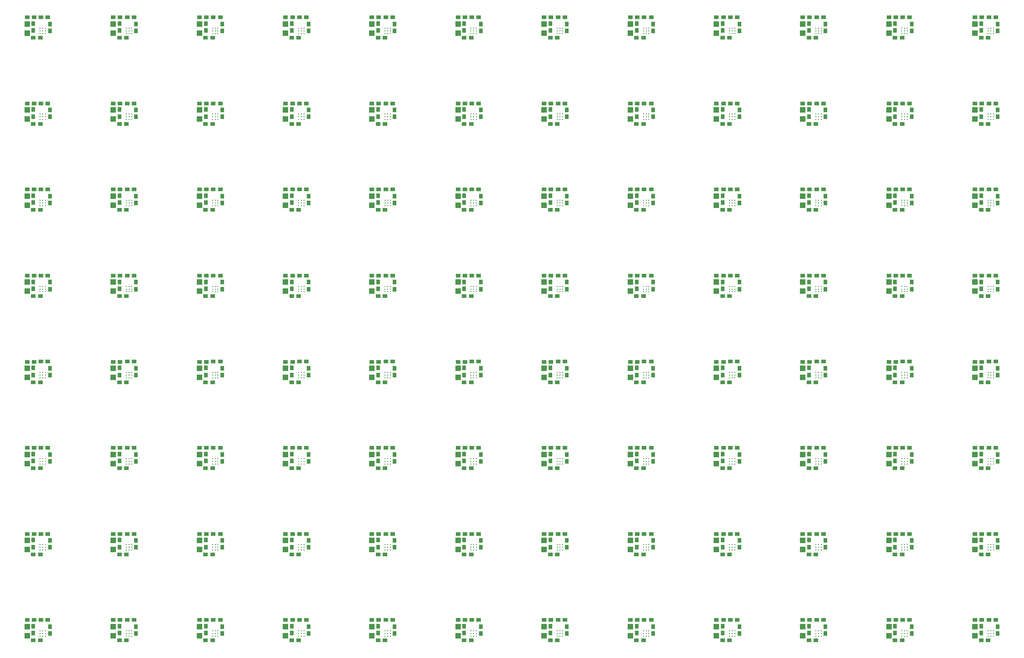
<source format=gtp>
G04 DipTrace 2.4.0.2*
%INDRV2605panel2.gtp*%
%MOIN*%
%ADD18R,0.0276X0.0354*%
%ADD19R,0.0354X0.0276*%
%ADD20R,0.0394X0.0433*%
%ADD26C,0.0098*%
%FSLAX44Y44*%
G04*
G70*
G90*
G75*
G01*
%LNTopPaste*%
%LPD*%
D18*
X5274Y6017D3*
Y5506D3*
D19*
X5779Y4973D3*
X5267D3*
D18*
X6488Y5481D3*
Y5993D3*
D20*
X4813D3*
Y5324D3*
D19*
X4811Y6473D3*
X5323D3*
X6343Y6478D3*
X5831D3*
D26*
X6168Y5289D3*
X5971D3*
X5775D3*
X6168Y5486D3*
X5971D3*
X5775D3*
X6168Y5683D3*
X5971D3*
X5775D3*
D18*
X11594Y6017D3*
Y5506D3*
D19*
X12099Y4973D3*
X11587D3*
D18*
X12808Y5481D3*
Y5993D3*
D20*
X11133D3*
Y5324D3*
D19*
X11131Y6473D3*
X11643D3*
X12663Y6478D3*
X12151D3*
D26*
X12488Y5289D3*
X12291D3*
X12095D3*
X12488Y5486D3*
X12291D3*
X12095D3*
X12488Y5683D3*
X12291D3*
X12095D3*
D18*
X17914Y6017D3*
Y5506D3*
D19*
X18419Y4973D3*
X17907D3*
D18*
X19128Y5481D3*
Y5993D3*
D20*
X17453D3*
Y5324D3*
D19*
X17451Y6473D3*
X17963D3*
X18983Y6478D3*
X18471D3*
D26*
X18808Y5289D3*
X18611D3*
X18415D3*
X18808Y5486D3*
X18611D3*
X18415D3*
X18808Y5683D3*
X18611D3*
X18415D3*
D18*
X24234Y6017D3*
Y5506D3*
D19*
X24739Y4973D3*
X24227D3*
D18*
X25448Y5481D3*
Y5993D3*
D20*
X23773D3*
Y5324D3*
D19*
X23771Y6473D3*
X24283D3*
X25303Y6478D3*
X24791D3*
D26*
X25128Y5289D3*
X24931D3*
X24735D3*
X25128Y5486D3*
X24931D3*
X24735D3*
X25128Y5683D3*
X24931D3*
X24735D3*
D18*
X30554Y6017D3*
Y5506D3*
D19*
X31059Y4973D3*
X30547D3*
D18*
X31768Y5481D3*
Y5993D3*
D20*
X30093D3*
Y5324D3*
D19*
X30091Y6473D3*
X30603D3*
X31623Y6478D3*
X31111D3*
D26*
X31448Y5289D3*
X31251D3*
X31055D3*
X31448Y5486D3*
X31251D3*
X31055D3*
X31448Y5683D3*
X31251D3*
X31055D3*
D18*
X36874Y6017D3*
Y5506D3*
D19*
X37379Y4973D3*
X36867D3*
D18*
X38088Y5481D3*
Y5993D3*
D20*
X36413D3*
Y5324D3*
D19*
X36411Y6473D3*
X36923D3*
X37943Y6478D3*
X37431D3*
D26*
X37768Y5289D3*
X37571D3*
X37375D3*
X37768Y5486D3*
X37571D3*
X37375D3*
X37768Y5683D3*
X37571D3*
X37375D3*
D18*
X43194Y6017D3*
Y5506D3*
D19*
X43699Y4973D3*
X43187D3*
D18*
X44408Y5481D3*
Y5993D3*
D20*
X42733D3*
Y5324D3*
D19*
X42731Y6473D3*
X43243D3*
X44263Y6478D3*
X43751D3*
D26*
X44088Y5289D3*
X43891D3*
X43695D3*
X44088Y5486D3*
X43891D3*
X43695D3*
X44088Y5683D3*
X43891D3*
X43695D3*
D18*
X49514Y6017D3*
Y5506D3*
D19*
X50019Y4973D3*
X49507D3*
D18*
X50728Y5481D3*
Y5993D3*
D20*
X49053D3*
Y5324D3*
D19*
X49051Y6473D3*
X49563D3*
X50583Y6478D3*
X50071D3*
D26*
X50408Y5289D3*
X50211D3*
X50015D3*
X50408Y5486D3*
X50211D3*
X50015D3*
X50408Y5683D3*
X50211D3*
X50015D3*
D18*
X55834Y6017D3*
Y5506D3*
D19*
X56339Y4973D3*
X55827D3*
D18*
X57048Y5481D3*
Y5993D3*
D20*
X55373D3*
Y5324D3*
D19*
X55371Y6473D3*
X55883D3*
X56903Y6478D3*
X56391D3*
D26*
X56728Y5289D3*
X56531D3*
X56335D3*
X56728Y5486D3*
X56531D3*
X56335D3*
X56728Y5683D3*
X56531D3*
X56335D3*
D18*
X62154Y6017D3*
Y5506D3*
D19*
X62659Y4973D3*
X62147D3*
D18*
X63368Y5481D3*
Y5993D3*
D20*
X61693D3*
Y5324D3*
D19*
X61691Y6473D3*
X62203D3*
X63223Y6478D3*
X62711D3*
D26*
X63048Y5289D3*
X62851D3*
X62655D3*
X63048Y5486D3*
X62851D3*
X62655D3*
X63048Y5683D3*
X62851D3*
X62655D3*
D18*
X68474Y6017D3*
Y5506D3*
D19*
X68979Y4973D3*
X68467D3*
D18*
X69688Y5481D3*
Y5993D3*
D20*
X68013D3*
Y5324D3*
D19*
X68011Y6473D3*
X68523D3*
X69543Y6478D3*
X69031D3*
D26*
X69368Y5289D3*
X69171D3*
X68975D3*
X69368Y5486D3*
X69171D3*
X68975D3*
X69368Y5683D3*
X69171D3*
X68975D3*
D18*
X74794Y6017D3*
Y5506D3*
D19*
X75299Y4973D3*
X74787D3*
D18*
X76008Y5481D3*
Y5993D3*
D20*
X74333D3*
Y5324D3*
D19*
X74331Y6473D3*
X74843D3*
X75863Y6478D3*
X75351D3*
D26*
X75688Y5289D3*
X75491D3*
X75295D3*
X75688Y5486D3*
X75491D3*
X75295D3*
X75688Y5683D3*
X75491D3*
X75295D3*
D18*
X5274Y12337D3*
Y11826D3*
D19*
X5779Y11293D3*
X5267D3*
D18*
X6488Y11801D3*
Y12313D3*
D20*
X4813D3*
Y11644D3*
D19*
X4811Y12793D3*
X5323D3*
X6343Y12798D3*
X5831D3*
D26*
X6168Y11609D3*
X5971D3*
X5775D3*
X6168Y11806D3*
X5971D3*
X5775D3*
X6168Y12003D3*
X5971D3*
X5775D3*
D18*
X11594Y12337D3*
Y11826D3*
D19*
X12099Y11293D3*
X11587D3*
D18*
X12808Y11801D3*
Y12313D3*
D20*
X11133D3*
Y11644D3*
D19*
X11131Y12793D3*
X11643D3*
X12663Y12798D3*
X12151D3*
D26*
X12488Y11609D3*
X12291D3*
X12095D3*
X12488Y11806D3*
X12291D3*
X12095D3*
X12488Y12003D3*
X12291D3*
X12095D3*
D18*
X17914Y12337D3*
Y11826D3*
D19*
X18419Y11293D3*
X17907D3*
D18*
X19128Y11801D3*
Y12313D3*
D20*
X17453D3*
Y11644D3*
D19*
X17451Y12793D3*
X17963D3*
X18983Y12798D3*
X18471D3*
D26*
X18808Y11609D3*
X18611D3*
X18415D3*
X18808Y11806D3*
X18611D3*
X18415D3*
X18808Y12003D3*
X18611D3*
X18415D3*
D18*
X24234Y12337D3*
Y11826D3*
D19*
X24739Y11293D3*
X24227D3*
D18*
X25448Y11801D3*
Y12313D3*
D20*
X23773D3*
Y11644D3*
D19*
X23771Y12793D3*
X24283D3*
X25303Y12798D3*
X24791D3*
D26*
X25128Y11609D3*
X24931D3*
X24735D3*
X25128Y11806D3*
X24931D3*
X24735D3*
X25128Y12003D3*
X24931D3*
X24735D3*
D18*
X30554Y12337D3*
Y11826D3*
D19*
X31059Y11293D3*
X30547D3*
D18*
X31768Y11801D3*
Y12313D3*
D20*
X30093D3*
Y11644D3*
D19*
X30091Y12793D3*
X30603D3*
X31623Y12798D3*
X31111D3*
D26*
X31448Y11609D3*
X31251D3*
X31055D3*
X31448Y11806D3*
X31251D3*
X31055D3*
X31448Y12003D3*
X31251D3*
X31055D3*
D18*
X36874Y12337D3*
Y11826D3*
D19*
X37379Y11293D3*
X36867D3*
D18*
X38088Y11801D3*
Y12313D3*
D20*
X36413D3*
Y11644D3*
D19*
X36411Y12793D3*
X36923D3*
X37943Y12798D3*
X37431D3*
D26*
X37768Y11609D3*
X37571D3*
X37375D3*
X37768Y11806D3*
X37571D3*
X37375D3*
X37768Y12003D3*
X37571D3*
X37375D3*
D18*
X43194Y12337D3*
Y11826D3*
D19*
X43699Y11293D3*
X43187D3*
D18*
X44408Y11801D3*
Y12313D3*
D20*
X42733D3*
Y11644D3*
D19*
X42731Y12793D3*
X43243D3*
X44263Y12798D3*
X43751D3*
D26*
X44088Y11609D3*
X43891D3*
X43695D3*
X44088Y11806D3*
X43891D3*
X43695D3*
X44088Y12003D3*
X43891D3*
X43695D3*
D18*
X49514Y12337D3*
Y11826D3*
D19*
X50019Y11293D3*
X49507D3*
D18*
X50728Y11801D3*
Y12313D3*
D20*
X49053D3*
Y11644D3*
D19*
X49051Y12793D3*
X49563D3*
X50583Y12798D3*
X50071D3*
D26*
X50408Y11609D3*
X50211D3*
X50015D3*
X50408Y11806D3*
X50211D3*
X50015D3*
X50408Y12003D3*
X50211D3*
X50015D3*
D18*
X55834Y12337D3*
Y11826D3*
D19*
X56339Y11293D3*
X55827D3*
D18*
X57048Y11801D3*
Y12313D3*
D20*
X55373D3*
Y11644D3*
D19*
X55371Y12793D3*
X55883D3*
X56903Y12798D3*
X56391D3*
D26*
X56728Y11609D3*
X56531D3*
X56335D3*
X56728Y11806D3*
X56531D3*
X56335D3*
X56728Y12003D3*
X56531D3*
X56335D3*
D18*
X62154Y12337D3*
Y11826D3*
D19*
X62659Y11293D3*
X62147D3*
D18*
X63368Y11801D3*
Y12313D3*
D20*
X61693D3*
Y11644D3*
D19*
X61691Y12793D3*
X62203D3*
X63223Y12798D3*
X62711D3*
D26*
X63048Y11609D3*
X62851D3*
X62655D3*
X63048Y11806D3*
X62851D3*
X62655D3*
X63048Y12003D3*
X62851D3*
X62655D3*
D18*
X68474Y12337D3*
Y11826D3*
D19*
X68979Y11293D3*
X68467D3*
D18*
X69688Y11801D3*
Y12313D3*
D20*
X68013D3*
Y11644D3*
D19*
X68011Y12793D3*
X68523D3*
X69543Y12798D3*
X69031D3*
D26*
X69368Y11609D3*
X69171D3*
X68975D3*
X69368Y11806D3*
X69171D3*
X68975D3*
X69368Y12003D3*
X69171D3*
X68975D3*
D18*
X74794Y12337D3*
Y11826D3*
D19*
X75299Y11293D3*
X74787D3*
D18*
X76008Y11801D3*
Y12313D3*
D20*
X74333D3*
Y11644D3*
D19*
X74331Y12793D3*
X74843D3*
X75863Y12798D3*
X75351D3*
D26*
X75688Y11609D3*
X75491D3*
X75295D3*
X75688Y11806D3*
X75491D3*
X75295D3*
X75688Y12003D3*
X75491D3*
X75295D3*
D18*
X5274Y18657D3*
Y18146D3*
D19*
X5779Y17613D3*
X5267D3*
D18*
X6488Y18121D3*
Y18633D3*
D20*
X4813D3*
Y17964D3*
D19*
X4811Y19113D3*
X5323D3*
X6343Y19118D3*
X5831D3*
D26*
X6168Y17929D3*
X5971D3*
X5775D3*
X6168Y18126D3*
X5971D3*
X5775D3*
X6168Y18323D3*
X5971D3*
X5775D3*
D18*
X11594Y18657D3*
Y18146D3*
D19*
X12099Y17613D3*
X11587D3*
D18*
X12808Y18121D3*
Y18633D3*
D20*
X11133D3*
Y17964D3*
D19*
X11131Y19113D3*
X11643D3*
X12663Y19118D3*
X12151D3*
D26*
X12488Y17929D3*
X12291D3*
X12095D3*
X12488Y18126D3*
X12291D3*
X12095D3*
X12488Y18323D3*
X12291D3*
X12095D3*
D18*
X17914Y18657D3*
Y18146D3*
D19*
X18419Y17613D3*
X17907D3*
D18*
X19128Y18121D3*
Y18633D3*
D20*
X17453D3*
Y17964D3*
D19*
X17451Y19113D3*
X17963D3*
X18983Y19118D3*
X18471D3*
D26*
X18808Y17929D3*
X18611D3*
X18415D3*
X18808Y18126D3*
X18611D3*
X18415D3*
X18808Y18323D3*
X18611D3*
X18415D3*
D18*
X24234Y18657D3*
Y18146D3*
D19*
X24739Y17613D3*
X24227D3*
D18*
X25448Y18121D3*
Y18633D3*
D20*
X23773D3*
Y17964D3*
D19*
X23771Y19113D3*
X24283D3*
X25303Y19118D3*
X24791D3*
D26*
X25128Y17929D3*
X24931D3*
X24735D3*
X25128Y18126D3*
X24931D3*
X24735D3*
X25128Y18323D3*
X24931D3*
X24735D3*
D18*
X30554Y18657D3*
Y18146D3*
D19*
X31059Y17613D3*
X30547D3*
D18*
X31768Y18121D3*
Y18633D3*
D20*
X30093D3*
Y17964D3*
D19*
X30091Y19113D3*
X30603D3*
X31623Y19118D3*
X31111D3*
D26*
X31448Y17929D3*
X31251D3*
X31055D3*
X31448Y18126D3*
X31251D3*
X31055D3*
X31448Y18323D3*
X31251D3*
X31055D3*
D18*
X36874Y18657D3*
Y18146D3*
D19*
X37379Y17613D3*
X36867D3*
D18*
X38088Y18121D3*
Y18633D3*
D20*
X36413D3*
Y17964D3*
D19*
X36411Y19113D3*
X36923D3*
X37943Y19118D3*
X37431D3*
D26*
X37768Y17929D3*
X37571D3*
X37375D3*
X37768Y18126D3*
X37571D3*
X37375D3*
X37768Y18323D3*
X37571D3*
X37375D3*
D18*
X43194Y18657D3*
Y18146D3*
D19*
X43699Y17613D3*
X43187D3*
D18*
X44408Y18121D3*
Y18633D3*
D20*
X42733D3*
Y17964D3*
D19*
X42731Y19113D3*
X43243D3*
X44263Y19118D3*
X43751D3*
D26*
X44088Y17929D3*
X43891D3*
X43695D3*
X44088Y18126D3*
X43891D3*
X43695D3*
X44088Y18323D3*
X43891D3*
X43695D3*
D18*
X49514Y18657D3*
Y18146D3*
D19*
X50019Y17613D3*
X49507D3*
D18*
X50728Y18121D3*
Y18633D3*
D20*
X49053D3*
Y17964D3*
D19*
X49051Y19113D3*
X49563D3*
X50583Y19118D3*
X50071D3*
D26*
X50408Y17929D3*
X50211D3*
X50015D3*
X50408Y18126D3*
X50211D3*
X50015D3*
X50408Y18323D3*
X50211D3*
X50015D3*
D18*
X55834Y18657D3*
Y18146D3*
D19*
X56339Y17613D3*
X55827D3*
D18*
X57048Y18121D3*
Y18633D3*
D20*
X55373D3*
Y17964D3*
D19*
X55371Y19113D3*
X55883D3*
X56903Y19118D3*
X56391D3*
D26*
X56728Y17929D3*
X56531D3*
X56335D3*
X56728Y18126D3*
X56531D3*
X56335D3*
X56728Y18323D3*
X56531D3*
X56335D3*
D18*
X62154Y18657D3*
Y18146D3*
D19*
X62659Y17613D3*
X62147D3*
D18*
X63368Y18121D3*
Y18633D3*
D20*
X61693D3*
Y17964D3*
D19*
X61691Y19113D3*
X62203D3*
X63223Y19118D3*
X62711D3*
D26*
X63048Y17929D3*
X62851D3*
X62655D3*
X63048Y18126D3*
X62851D3*
X62655D3*
X63048Y18323D3*
X62851D3*
X62655D3*
D18*
X68474Y18657D3*
Y18146D3*
D19*
X68979Y17613D3*
X68467D3*
D18*
X69688Y18121D3*
Y18633D3*
D20*
X68013D3*
Y17964D3*
D19*
X68011Y19113D3*
X68523D3*
X69543Y19118D3*
X69031D3*
D26*
X69368Y17929D3*
X69171D3*
X68975D3*
X69368Y18126D3*
X69171D3*
X68975D3*
X69368Y18323D3*
X69171D3*
X68975D3*
D18*
X74794Y18657D3*
Y18146D3*
D19*
X75299Y17613D3*
X74787D3*
D18*
X76008Y18121D3*
Y18633D3*
D20*
X74333D3*
Y17964D3*
D19*
X74331Y19113D3*
X74843D3*
X75863Y19118D3*
X75351D3*
D26*
X75688Y17929D3*
X75491D3*
X75295D3*
X75688Y18126D3*
X75491D3*
X75295D3*
X75688Y18323D3*
X75491D3*
X75295D3*
D18*
X5274Y24977D3*
Y24466D3*
D19*
X5779Y23933D3*
X5267D3*
D18*
X6488Y24441D3*
Y24953D3*
D20*
X4813D3*
Y24284D3*
D19*
X4811Y25433D3*
X5323D3*
X6343Y25438D3*
X5831D3*
D26*
X6168Y24249D3*
X5971D3*
X5775D3*
X6168Y24446D3*
X5971D3*
X5775D3*
X6168Y24643D3*
X5971D3*
X5775D3*
D18*
X11594Y24977D3*
Y24466D3*
D19*
X12099Y23933D3*
X11587D3*
D18*
X12808Y24441D3*
Y24953D3*
D20*
X11133D3*
Y24284D3*
D19*
X11131Y25433D3*
X11643D3*
X12663Y25438D3*
X12151D3*
D26*
X12488Y24249D3*
X12291D3*
X12095D3*
X12488Y24446D3*
X12291D3*
X12095D3*
X12488Y24643D3*
X12291D3*
X12095D3*
D18*
X17914Y24977D3*
Y24466D3*
D19*
X18419Y23933D3*
X17907D3*
D18*
X19128Y24441D3*
Y24953D3*
D20*
X17453D3*
Y24284D3*
D19*
X17451Y25433D3*
X17963D3*
X18983Y25438D3*
X18471D3*
D26*
X18808Y24249D3*
X18611D3*
X18415D3*
X18808Y24446D3*
X18611D3*
X18415D3*
X18808Y24643D3*
X18611D3*
X18415D3*
D18*
X24234Y24977D3*
Y24466D3*
D19*
X24739Y23933D3*
X24227D3*
D18*
X25448Y24441D3*
Y24953D3*
D20*
X23773D3*
Y24284D3*
D19*
X23771Y25433D3*
X24283D3*
X25303Y25438D3*
X24791D3*
D26*
X25128Y24249D3*
X24931D3*
X24735D3*
X25128Y24446D3*
X24931D3*
X24735D3*
X25128Y24643D3*
X24931D3*
X24735D3*
D18*
X30554Y24977D3*
Y24466D3*
D19*
X31059Y23933D3*
X30547D3*
D18*
X31768Y24441D3*
Y24953D3*
D20*
X30093D3*
Y24284D3*
D19*
X30091Y25433D3*
X30603D3*
X31623Y25438D3*
X31111D3*
D26*
X31448Y24249D3*
X31251D3*
X31055D3*
X31448Y24446D3*
X31251D3*
X31055D3*
X31448Y24643D3*
X31251D3*
X31055D3*
D18*
X36874Y24977D3*
Y24466D3*
D19*
X37379Y23933D3*
X36867D3*
D18*
X38088Y24441D3*
Y24953D3*
D20*
X36413D3*
Y24284D3*
D19*
X36411Y25433D3*
X36923D3*
X37943Y25438D3*
X37431D3*
D26*
X37768Y24249D3*
X37571D3*
X37375D3*
X37768Y24446D3*
X37571D3*
X37375D3*
X37768Y24643D3*
X37571D3*
X37375D3*
D18*
X43194Y24977D3*
Y24466D3*
D19*
X43699Y23933D3*
X43187D3*
D18*
X44408Y24441D3*
Y24953D3*
D20*
X42733D3*
Y24284D3*
D19*
X42731Y25433D3*
X43243D3*
X44263Y25438D3*
X43751D3*
D26*
X44088Y24249D3*
X43891D3*
X43695D3*
X44088Y24446D3*
X43891D3*
X43695D3*
X44088Y24643D3*
X43891D3*
X43695D3*
D18*
X49514Y24977D3*
Y24466D3*
D19*
X50019Y23933D3*
X49507D3*
D18*
X50728Y24441D3*
Y24953D3*
D20*
X49053D3*
Y24284D3*
D19*
X49051Y25433D3*
X49563D3*
X50583Y25438D3*
X50071D3*
D26*
X50408Y24249D3*
X50211D3*
X50015D3*
X50408Y24446D3*
X50211D3*
X50015D3*
X50408Y24643D3*
X50211D3*
X50015D3*
D18*
X55834Y24977D3*
Y24466D3*
D19*
X56339Y23933D3*
X55827D3*
D18*
X57048Y24441D3*
Y24953D3*
D20*
X55373D3*
Y24284D3*
D19*
X55371Y25433D3*
X55883D3*
X56903Y25438D3*
X56391D3*
D26*
X56728Y24249D3*
X56531D3*
X56335D3*
X56728Y24446D3*
X56531D3*
X56335D3*
X56728Y24643D3*
X56531D3*
X56335D3*
D18*
X62154Y24977D3*
Y24466D3*
D19*
X62659Y23933D3*
X62147D3*
D18*
X63368Y24441D3*
Y24953D3*
D20*
X61693D3*
Y24284D3*
D19*
X61691Y25433D3*
X62203D3*
X63223Y25438D3*
X62711D3*
D26*
X63048Y24249D3*
X62851D3*
X62655D3*
X63048Y24446D3*
X62851D3*
X62655D3*
X63048Y24643D3*
X62851D3*
X62655D3*
D18*
X68474Y24977D3*
Y24466D3*
D19*
X68979Y23933D3*
X68467D3*
D18*
X69688Y24441D3*
Y24953D3*
D20*
X68013D3*
Y24284D3*
D19*
X68011Y25433D3*
X68523D3*
X69543Y25438D3*
X69031D3*
D26*
X69368Y24249D3*
X69171D3*
X68975D3*
X69368Y24446D3*
X69171D3*
X68975D3*
X69368Y24643D3*
X69171D3*
X68975D3*
D18*
X74794Y24977D3*
Y24466D3*
D19*
X75299Y23933D3*
X74787D3*
D18*
X76008Y24441D3*
Y24953D3*
D20*
X74333D3*
Y24284D3*
D19*
X74331Y25433D3*
X74843D3*
X75863Y25438D3*
X75351D3*
D26*
X75688Y24249D3*
X75491D3*
X75295D3*
X75688Y24446D3*
X75491D3*
X75295D3*
X75688Y24643D3*
X75491D3*
X75295D3*
D18*
X5274Y31297D3*
Y30786D3*
D19*
X5779Y30253D3*
X5267D3*
D18*
X6488Y30761D3*
Y31273D3*
D20*
X4813D3*
Y30604D3*
D19*
X4811Y31753D3*
X5323D3*
X6343Y31758D3*
X5831D3*
D26*
X6168Y30569D3*
X5971D3*
X5775D3*
X6168Y30766D3*
X5971D3*
X5775D3*
X6168Y30963D3*
X5971D3*
X5775D3*
D18*
X11594Y31297D3*
Y30786D3*
D19*
X12099Y30253D3*
X11587D3*
D18*
X12808Y30761D3*
Y31273D3*
D20*
X11133D3*
Y30604D3*
D19*
X11131Y31753D3*
X11643D3*
X12663Y31758D3*
X12151D3*
D26*
X12488Y30569D3*
X12291D3*
X12095D3*
X12488Y30766D3*
X12291D3*
X12095D3*
X12488Y30963D3*
X12291D3*
X12095D3*
D18*
X17914Y31297D3*
Y30786D3*
D19*
X18419Y30253D3*
X17907D3*
D18*
X19128Y30761D3*
Y31273D3*
D20*
X17453D3*
Y30604D3*
D19*
X17451Y31753D3*
X17963D3*
X18983Y31758D3*
X18471D3*
D26*
X18808Y30569D3*
X18611D3*
X18415D3*
X18808Y30766D3*
X18611D3*
X18415D3*
X18808Y30963D3*
X18611D3*
X18415D3*
D18*
X24234Y31297D3*
Y30786D3*
D19*
X24739Y30253D3*
X24227D3*
D18*
X25448Y30761D3*
Y31273D3*
D20*
X23773D3*
Y30604D3*
D19*
X23771Y31753D3*
X24283D3*
X25303Y31758D3*
X24791D3*
D26*
X25128Y30569D3*
X24931D3*
X24735D3*
X25128Y30766D3*
X24931D3*
X24735D3*
X25128Y30963D3*
X24931D3*
X24735D3*
D18*
X30554Y31297D3*
Y30786D3*
D19*
X31059Y30253D3*
X30547D3*
D18*
X31768Y30761D3*
Y31273D3*
D20*
X30093D3*
Y30604D3*
D19*
X30091Y31753D3*
X30603D3*
X31623Y31758D3*
X31111D3*
D26*
X31448Y30569D3*
X31251D3*
X31055D3*
X31448Y30766D3*
X31251D3*
X31055D3*
X31448Y30963D3*
X31251D3*
X31055D3*
D18*
X36874Y31297D3*
Y30786D3*
D19*
X37379Y30253D3*
X36867D3*
D18*
X38088Y30761D3*
Y31273D3*
D20*
X36413D3*
Y30604D3*
D19*
X36411Y31753D3*
X36923D3*
X37943Y31758D3*
X37431D3*
D26*
X37768Y30569D3*
X37571D3*
X37375D3*
X37768Y30766D3*
X37571D3*
X37375D3*
X37768Y30963D3*
X37571D3*
X37375D3*
D18*
X43194Y31297D3*
Y30786D3*
D19*
X43699Y30253D3*
X43187D3*
D18*
X44408Y30761D3*
Y31273D3*
D20*
X42733D3*
Y30604D3*
D19*
X42731Y31753D3*
X43243D3*
X44263Y31758D3*
X43751D3*
D26*
X44088Y30569D3*
X43891D3*
X43695D3*
X44088Y30766D3*
X43891D3*
X43695D3*
X44088Y30963D3*
X43891D3*
X43695D3*
D18*
X49514Y31297D3*
Y30786D3*
D19*
X50019Y30253D3*
X49507D3*
D18*
X50728Y30761D3*
Y31273D3*
D20*
X49053D3*
Y30604D3*
D19*
X49051Y31753D3*
X49563D3*
X50583Y31758D3*
X50071D3*
D26*
X50408Y30569D3*
X50211D3*
X50015D3*
X50408Y30766D3*
X50211D3*
X50015D3*
X50408Y30963D3*
X50211D3*
X50015D3*
D18*
X55834Y31297D3*
Y30786D3*
D19*
X56339Y30253D3*
X55827D3*
D18*
X57048Y30761D3*
Y31273D3*
D20*
X55373D3*
Y30604D3*
D19*
X55371Y31753D3*
X55883D3*
X56903Y31758D3*
X56391D3*
D26*
X56728Y30569D3*
X56531D3*
X56335D3*
X56728Y30766D3*
X56531D3*
X56335D3*
X56728Y30963D3*
X56531D3*
X56335D3*
D18*
X62154Y31297D3*
Y30786D3*
D19*
X62659Y30253D3*
X62147D3*
D18*
X63368Y30761D3*
Y31273D3*
D20*
X61693D3*
Y30604D3*
D19*
X61691Y31753D3*
X62203D3*
X63223Y31758D3*
X62711D3*
D26*
X63048Y30569D3*
X62851D3*
X62655D3*
X63048Y30766D3*
X62851D3*
X62655D3*
X63048Y30963D3*
X62851D3*
X62655D3*
D18*
X68474Y31297D3*
Y30786D3*
D19*
X68979Y30253D3*
X68467D3*
D18*
X69688Y30761D3*
Y31273D3*
D20*
X68013D3*
Y30604D3*
D19*
X68011Y31753D3*
X68523D3*
X69543Y31758D3*
X69031D3*
D26*
X69368Y30569D3*
X69171D3*
X68975D3*
X69368Y30766D3*
X69171D3*
X68975D3*
X69368Y30963D3*
X69171D3*
X68975D3*
D18*
X74794Y31297D3*
Y30786D3*
D19*
X75299Y30253D3*
X74787D3*
D18*
X76008Y30761D3*
Y31273D3*
D20*
X74333D3*
Y30604D3*
D19*
X74331Y31753D3*
X74843D3*
X75863Y31758D3*
X75351D3*
D26*
X75688Y30569D3*
X75491D3*
X75295D3*
X75688Y30766D3*
X75491D3*
X75295D3*
X75688Y30963D3*
X75491D3*
X75295D3*
D18*
X5274Y37617D3*
Y37106D3*
D19*
X5779Y36573D3*
X5267D3*
D18*
X6488Y37081D3*
Y37593D3*
D20*
X4813D3*
Y36924D3*
D19*
X4811Y38073D3*
X5323D3*
X6343Y38078D3*
X5831D3*
D26*
X6168Y36889D3*
X5971D3*
X5775D3*
X6168Y37086D3*
X5971D3*
X5775D3*
X6168Y37283D3*
X5971D3*
X5775D3*
D18*
X11594Y37617D3*
Y37106D3*
D19*
X12099Y36573D3*
X11587D3*
D18*
X12808Y37081D3*
Y37593D3*
D20*
X11133D3*
Y36924D3*
D19*
X11131Y38073D3*
X11643D3*
X12663Y38078D3*
X12151D3*
D26*
X12488Y36889D3*
X12291D3*
X12095D3*
X12488Y37086D3*
X12291D3*
X12095D3*
X12488Y37283D3*
X12291D3*
X12095D3*
D18*
X17914Y37617D3*
Y37106D3*
D19*
X18419Y36573D3*
X17907D3*
D18*
X19128Y37081D3*
Y37593D3*
D20*
X17453D3*
Y36924D3*
D19*
X17451Y38073D3*
X17963D3*
X18983Y38078D3*
X18471D3*
D26*
X18808Y36889D3*
X18611D3*
X18415D3*
X18808Y37086D3*
X18611D3*
X18415D3*
X18808Y37283D3*
X18611D3*
X18415D3*
D18*
X24234Y37617D3*
Y37106D3*
D19*
X24739Y36573D3*
X24227D3*
D18*
X25448Y37081D3*
Y37593D3*
D20*
X23773D3*
Y36924D3*
D19*
X23771Y38073D3*
X24283D3*
X25303Y38078D3*
X24791D3*
D26*
X25128Y36889D3*
X24931D3*
X24735D3*
X25128Y37086D3*
X24931D3*
X24735D3*
X25128Y37283D3*
X24931D3*
X24735D3*
D18*
X30554Y37617D3*
Y37106D3*
D19*
X31059Y36573D3*
X30547D3*
D18*
X31768Y37081D3*
Y37593D3*
D20*
X30093D3*
Y36924D3*
D19*
X30091Y38073D3*
X30603D3*
X31623Y38078D3*
X31111D3*
D26*
X31448Y36889D3*
X31251D3*
X31055D3*
X31448Y37086D3*
X31251D3*
X31055D3*
X31448Y37283D3*
X31251D3*
X31055D3*
D18*
X36874Y37617D3*
Y37106D3*
D19*
X37379Y36573D3*
X36867D3*
D18*
X38088Y37081D3*
Y37593D3*
D20*
X36413D3*
Y36924D3*
D19*
X36411Y38073D3*
X36923D3*
X37943Y38078D3*
X37431D3*
D26*
X37768Y36889D3*
X37571D3*
X37375D3*
X37768Y37086D3*
X37571D3*
X37375D3*
X37768Y37283D3*
X37571D3*
X37375D3*
D18*
X43194Y37617D3*
Y37106D3*
D19*
X43699Y36573D3*
X43187D3*
D18*
X44408Y37081D3*
Y37593D3*
D20*
X42733D3*
Y36924D3*
D19*
X42731Y38073D3*
X43243D3*
X44263Y38078D3*
X43751D3*
D26*
X44088Y36889D3*
X43891D3*
X43695D3*
X44088Y37086D3*
X43891D3*
X43695D3*
X44088Y37283D3*
X43891D3*
X43695D3*
D18*
X49514Y37617D3*
Y37106D3*
D19*
X50019Y36573D3*
X49507D3*
D18*
X50728Y37081D3*
Y37593D3*
D20*
X49053D3*
Y36924D3*
D19*
X49051Y38073D3*
X49563D3*
X50583Y38078D3*
X50071D3*
D26*
X50408Y36889D3*
X50211D3*
X50015D3*
X50408Y37086D3*
X50211D3*
X50015D3*
X50408Y37283D3*
X50211D3*
X50015D3*
D18*
X55834Y37617D3*
Y37106D3*
D19*
X56339Y36573D3*
X55827D3*
D18*
X57048Y37081D3*
Y37593D3*
D20*
X55373D3*
Y36924D3*
D19*
X55371Y38073D3*
X55883D3*
X56903Y38078D3*
X56391D3*
D26*
X56728Y36889D3*
X56531D3*
X56335D3*
X56728Y37086D3*
X56531D3*
X56335D3*
X56728Y37283D3*
X56531D3*
X56335D3*
D18*
X62154Y37617D3*
Y37106D3*
D19*
X62659Y36573D3*
X62147D3*
D18*
X63368Y37081D3*
Y37593D3*
D20*
X61693D3*
Y36924D3*
D19*
X61691Y38073D3*
X62203D3*
X63223Y38078D3*
X62711D3*
D26*
X63048Y36889D3*
X62851D3*
X62655D3*
X63048Y37086D3*
X62851D3*
X62655D3*
X63048Y37283D3*
X62851D3*
X62655D3*
D18*
X68474Y37617D3*
Y37106D3*
D19*
X68979Y36573D3*
X68467D3*
D18*
X69688Y37081D3*
Y37593D3*
D20*
X68013D3*
Y36924D3*
D19*
X68011Y38073D3*
X68523D3*
X69543Y38078D3*
X69031D3*
D26*
X69368Y36889D3*
X69171D3*
X68975D3*
X69368Y37086D3*
X69171D3*
X68975D3*
X69368Y37283D3*
X69171D3*
X68975D3*
D18*
X74794Y37617D3*
Y37106D3*
D19*
X75299Y36573D3*
X74787D3*
D18*
X76008Y37081D3*
Y37593D3*
D20*
X74333D3*
Y36924D3*
D19*
X74331Y38073D3*
X74843D3*
X75863Y38078D3*
X75351D3*
D26*
X75688Y36889D3*
X75491D3*
X75295D3*
X75688Y37086D3*
X75491D3*
X75295D3*
X75688Y37283D3*
X75491D3*
X75295D3*
D18*
X5274Y43937D3*
Y43426D3*
D19*
X5779Y42893D3*
X5267D3*
D18*
X6488Y43401D3*
Y43913D3*
D20*
X4813D3*
Y43244D3*
D19*
X4811Y44393D3*
X5323D3*
X6343Y44398D3*
X5831D3*
D26*
X6168Y43209D3*
X5971D3*
X5775D3*
X6168Y43406D3*
X5971D3*
X5775D3*
X6168Y43603D3*
X5971D3*
X5775D3*
D18*
X11594Y43937D3*
Y43426D3*
D19*
X12099Y42893D3*
X11587D3*
D18*
X12808Y43401D3*
Y43913D3*
D20*
X11133D3*
Y43244D3*
D19*
X11131Y44393D3*
X11643D3*
X12663Y44398D3*
X12151D3*
D26*
X12488Y43209D3*
X12291D3*
X12095D3*
X12488Y43406D3*
X12291D3*
X12095D3*
X12488Y43603D3*
X12291D3*
X12095D3*
D18*
X17914Y43937D3*
Y43426D3*
D19*
X18419Y42893D3*
X17907D3*
D18*
X19128Y43401D3*
Y43913D3*
D20*
X17453D3*
Y43244D3*
D19*
X17451Y44393D3*
X17963D3*
X18983Y44398D3*
X18471D3*
D26*
X18808Y43209D3*
X18611D3*
X18415D3*
X18808Y43406D3*
X18611D3*
X18415D3*
X18808Y43603D3*
X18611D3*
X18415D3*
D18*
X24234Y43937D3*
Y43426D3*
D19*
X24739Y42893D3*
X24227D3*
D18*
X25448Y43401D3*
Y43913D3*
D20*
X23773D3*
Y43244D3*
D19*
X23771Y44393D3*
X24283D3*
X25303Y44398D3*
X24791D3*
D26*
X25128Y43209D3*
X24931D3*
X24735D3*
X25128Y43406D3*
X24931D3*
X24735D3*
X25128Y43603D3*
X24931D3*
X24735D3*
D18*
X30554Y43937D3*
Y43426D3*
D19*
X31059Y42893D3*
X30547D3*
D18*
X31768Y43401D3*
Y43913D3*
D20*
X30093D3*
Y43244D3*
D19*
X30091Y44393D3*
X30603D3*
X31623Y44398D3*
X31111D3*
D26*
X31448Y43209D3*
X31251D3*
X31055D3*
X31448Y43406D3*
X31251D3*
X31055D3*
X31448Y43603D3*
X31251D3*
X31055D3*
D18*
X36874Y43937D3*
Y43426D3*
D19*
X37379Y42893D3*
X36867D3*
D18*
X38088Y43401D3*
Y43913D3*
D20*
X36413D3*
Y43244D3*
D19*
X36411Y44393D3*
X36923D3*
X37943Y44398D3*
X37431D3*
D26*
X37768Y43209D3*
X37571D3*
X37375D3*
X37768Y43406D3*
X37571D3*
X37375D3*
X37768Y43603D3*
X37571D3*
X37375D3*
D18*
X43194Y43937D3*
Y43426D3*
D19*
X43699Y42893D3*
X43187D3*
D18*
X44408Y43401D3*
Y43913D3*
D20*
X42733D3*
Y43244D3*
D19*
X42731Y44393D3*
X43243D3*
X44263Y44398D3*
X43751D3*
D26*
X44088Y43209D3*
X43891D3*
X43695D3*
X44088Y43406D3*
X43891D3*
X43695D3*
X44088Y43603D3*
X43891D3*
X43695D3*
D18*
X49514Y43937D3*
Y43426D3*
D19*
X50019Y42893D3*
X49507D3*
D18*
X50728Y43401D3*
Y43913D3*
D20*
X49053D3*
Y43244D3*
D19*
X49051Y44393D3*
X49563D3*
X50583Y44398D3*
X50071D3*
D26*
X50408Y43209D3*
X50211D3*
X50015D3*
X50408Y43406D3*
X50211D3*
X50015D3*
X50408Y43603D3*
X50211D3*
X50015D3*
D18*
X55834Y43937D3*
Y43426D3*
D19*
X56339Y42893D3*
X55827D3*
D18*
X57048Y43401D3*
Y43913D3*
D20*
X55373D3*
Y43244D3*
D19*
X55371Y44393D3*
X55883D3*
X56903Y44398D3*
X56391D3*
D26*
X56728Y43209D3*
X56531D3*
X56335D3*
X56728Y43406D3*
X56531D3*
X56335D3*
X56728Y43603D3*
X56531D3*
X56335D3*
D18*
X62154Y43937D3*
Y43426D3*
D19*
X62659Y42893D3*
X62147D3*
D18*
X63368Y43401D3*
Y43913D3*
D20*
X61693D3*
Y43244D3*
D19*
X61691Y44393D3*
X62203D3*
X63223Y44398D3*
X62711D3*
D26*
X63048Y43209D3*
X62851D3*
X62655D3*
X63048Y43406D3*
X62851D3*
X62655D3*
X63048Y43603D3*
X62851D3*
X62655D3*
D18*
X68474Y43937D3*
Y43426D3*
D19*
X68979Y42893D3*
X68467D3*
D18*
X69688Y43401D3*
Y43913D3*
D20*
X68013D3*
Y43244D3*
D19*
X68011Y44393D3*
X68523D3*
X69543Y44398D3*
X69031D3*
D26*
X69368Y43209D3*
X69171D3*
X68975D3*
X69368Y43406D3*
X69171D3*
X68975D3*
X69368Y43603D3*
X69171D3*
X68975D3*
D18*
X74794Y43937D3*
Y43426D3*
D19*
X75299Y42893D3*
X74787D3*
D18*
X76008Y43401D3*
Y43913D3*
D20*
X74333D3*
Y43244D3*
D19*
X74331Y44393D3*
X74843D3*
X75863Y44398D3*
X75351D3*
D26*
X75688Y43209D3*
X75491D3*
X75295D3*
X75688Y43406D3*
X75491D3*
X75295D3*
X75688Y43603D3*
X75491D3*
X75295D3*
D18*
X5274Y50257D3*
Y49746D3*
D19*
X5779Y49213D3*
X5267D3*
D18*
X6488Y49721D3*
Y50233D3*
D20*
X4813D3*
Y49564D3*
D19*
X4811Y50713D3*
X5323D3*
X6343Y50718D3*
X5831D3*
D26*
X6168Y49529D3*
X5971D3*
X5775D3*
X6168Y49726D3*
X5971D3*
X5775D3*
X6168Y49923D3*
X5971D3*
X5775D3*
D18*
X11594Y50257D3*
Y49746D3*
D19*
X12099Y49213D3*
X11587D3*
D18*
X12808Y49721D3*
Y50233D3*
D20*
X11133D3*
Y49564D3*
D19*
X11131Y50713D3*
X11643D3*
X12663Y50718D3*
X12151D3*
D26*
X12488Y49529D3*
X12291D3*
X12095D3*
X12488Y49726D3*
X12291D3*
X12095D3*
X12488Y49923D3*
X12291D3*
X12095D3*
D18*
X17914Y50257D3*
Y49746D3*
D19*
X18419Y49213D3*
X17907D3*
D18*
X19128Y49721D3*
Y50233D3*
D20*
X17453D3*
Y49564D3*
D19*
X17451Y50713D3*
X17963D3*
X18983Y50718D3*
X18471D3*
D26*
X18808Y49529D3*
X18611D3*
X18415D3*
X18808Y49726D3*
X18611D3*
X18415D3*
X18808Y49923D3*
X18611D3*
X18415D3*
D18*
X24234Y50257D3*
Y49746D3*
D19*
X24739Y49213D3*
X24227D3*
D18*
X25448Y49721D3*
Y50233D3*
D20*
X23773D3*
Y49564D3*
D19*
X23771Y50713D3*
X24283D3*
X25303Y50718D3*
X24791D3*
D26*
X25128Y49529D3*
X24931D3*
X24735D3*
X25128Y49726D3*
X24931D3*
X24735D3*
X25128Y49923D3*
X24931D3*
X24735D3*
D18*
X30554Y50257D3*
Y49746D3*
D19*
X31059Y49213D3*
X30547D3*
D18*
X31768Y49721D3*
Y50233D3*
D20*
X30093D3*
Y49564D3*
D19*
X30091Y50713D3*
X30603D3*
X31623Y50718D3*
X31111D3*
D26*
X31448Y49529D3*
X31251D3*
X31055D3*
X31448Y49726D3*
X31251D3*
X31055D3*
X31448Y49923D3*
X31251D3*
X31055D3*
D18*
X36874Y50257D3*
Y49746D3*
D19*
X37379Y49213D3*
X36867D3*
D18*
X38088Y49721D3*
Y50233D3*
D20*
X36413D3*
Y49564D3*
D19*
X36411Y50713D3*
X36923D3*
X37943Y50718D3*
X37431D3*
D26*
X37768Y49529D3*
X37571D3*
X37375D3*
X37768Y49726D3*
X37571D3*
X37375D3*
X37768Y49923D3*
X37571D3*
X37375D3*
D18*
X43194Y50257D3*
Y49746D3*
D19*
X43699Y49213D3*
X43187D3*
D18*
X44408Y49721D3*
Y50233D3*
D20*
X42733D3*
Y49564D3*
D19*
X42731Y50713D3*
X43243D3*
X44263Y50718D3*
X43751D3*
D26*
X44088Y49529D3*
X43891D3*
X43695D3*
X44088Y49726D3*
X43891D3*
X43695D3*
X44088Y49923D3*
X43891D3*
X43695D3*
D18*
X49514Y50257D3*
Y49746D3*
D19*
X50019Y49213D3*
X49507D3*
D18*
X50728Y49721D3*
Y50233D3*
D20*
X49053D3*
Y49564D3*
D19*
X49051Y50713D3*
X49563D3*
X50583Y50718D3*
X50071D3*
D26*
X50408Y49529D3*
X50211D3*
X50015D3*
X50408Y49726D3*
X50211D3*
X50015D3*
X50408Y49923D3*
X50211D3*
X50015D3*
D18*
X55834Y50257D3*
Y49746D3*
D19*
X56339Y49213D3*
X55827D3*
D18*
X57048Y49721D3*
Y50233D3*
D20*
X55373D3*
Y49564D3*
D19*
X55371Y50713D3*
X55883D3*
X56903Y50718D3*
X56391D3*
D26*
X56728Y49529D3*
X56531D3*
X56335D3*
X56728Y49726D3*
X56531D3*
X56335D3*
X56728Y49923D3*
X56531D3*
X56335D3*
D18*
X62154Y50257D3*
Y49746D3*
D19*
X62659Y49213D3*
X62147D3*
D18*
X63368Y49721D3*
Y50233D3*
D20*
X61693D3*
Y49564D3*
D19*
X61691Y50713D3*
X62203D3*
X63223Y50718D3*
X62711D3*
D26*
X63048Y49529D3*
X62851D3*
X62655D3*
X63048Y49726D3*
X62851D3*
X62655D3*
X63048Y49923D3*
X62851D3*
X62655D3*
D18*
X68474Y50257D3*
Y49746D3*
D19*
X68979Y49213D3*
X68467D3*
D18*
X69688Y49721D3*
Y50233D3*
D20*
X68013D3*
Y49564D3*
D19*
X68011Y50713D3*
X68523D3*
X69543Y50718D3*
X69031D3*
D26*
X69368Y49529D3*
X69171D3*
X68975D3*
X69368Y49726D3*
X69171D3*
X68975D3*
X69368Y49923D3*
X69171D3*
X68975D3*
D18*
X74794Y50257D3*
Y49746D3*
D19*
X75299Y49213D3*
X74787D3*
D18*
X76008Y49721D3*
Y50233D3*
D20*
X74333D3*
Y49564D3*
D19*
X74331Y50713D3*
X74843D3*
X75863Y50718D3*
X75351D3*
D26*
X75688Y49529D3*
X75491D3*
X75295D3*
X75688Y49726D3*
X75491D3*
X75295D3*
X75688Y49923D3*
X75491D3*
X75295D3*
M02*

</source>
